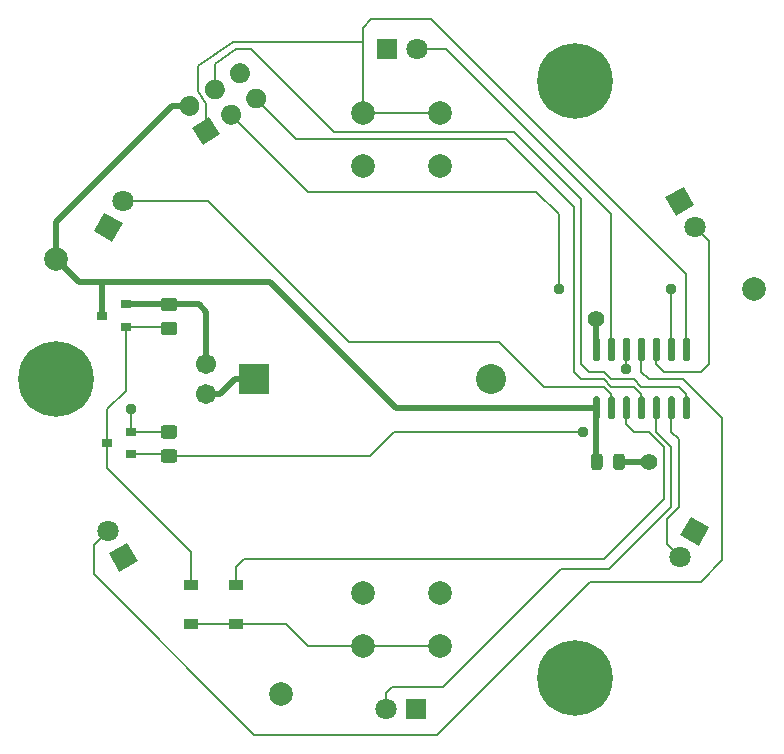
<source format=gbr>
G04 #@! TF.GenerationSoftware,KiCad,Pcbnew,(5.1.10)-1*
G04 #@! TF.CreationDate,2021-07-11T13:09:49-07:00*
G04 #@! TF.ProjectId,NightLight,4e696768-744c-4696-9768-742e6b696361,rev?*
G04 #@! TF.SameCoordinates,Original*
G04 #@! TF.FileFunction,Copper,L1,Top*
G04 #@! TF.FilePolarity,Positive*
%FSLAX46Y46*%
G04 Gerber Fmt 4.6, Leading zero omitted, Abs format (unit mm)*
G04 Created by KiCad (PCBNEW (5.1.10)-1) date 2021-07-11 13:09:49*
%MOMM*%
%LPD*%
G01*
G04 APERTURE LIST*
G04 #@! TA.AperFunction,ComponentPad*
%ADD10C,0.100000*%
G04 #@! TD*
G04 #@! TA.AperFunction,ComponentPad*
%ADD11C,6.400000*%
G04 #@! TD*
G04 #@! TA.AperFunction,SMDPad,CuDef*
%ADD12R,0.900000X0.800000*%
G04 #@! TD*
G04 #@! TA.AperFunction,SMDPad,CuDef*
%ADD13R,1.200000X0.900000*%
G04 #@! TD*
G04 #@! TA.AperFunction,ComponentPad*
%ADD14C,2.540000*%
G04 #@! TD*
G04 #@! TA.AperFunction,ComponentPad*
%ADD15R,2.540000X2.540000*%
G04 #@! TD*
G04 #@! TA.AperFunction,ComponentPad*
%ADD16C,1.701800*%
G04 #@! TD*
G04 #@! TA.AperFunction,ComponentPad*
%ADD17C,1.800000*%
G04 #@! TD*
G04 #@! TA.AperFunction,ComponentPad*
%ADD18R,1.800000X1.800000*%
G04 #@! TD*
G04 #@! TA.AperFunction,ComponentPad*
%ADD19C,2.000000*%
G04 #@! TD*
G04 #@! TA.AperFunction,ViaPad*
%ADD20C,1.422400*%
G04 #@! TD*
G04 #@! TA.AperFunction,ViaPad*
%ADD21C,0.939800*%
G04 #@! TD*
G04 #@! TA.AperFunction,Conductor*
%ADD22C,0.508000*%
G04 #@! TD*
G04 #@! TA.AperFunction,Conductor*
%ADD23C,0.203200*%
G04 #@! TD*
G04 APERTURE END LIST*
G04 #@! TA.AperFunction,ComponentPad*
G36*
G01*
X-13217417Y25203537D02*
X-13217417Y25203537D01*
G75*
G02*
X-14393230Y25453464I-462943J712870D01*
G01*
X-14393230Y25453464D01*
G75*
G02*
X-14143303Y26629277I712870J462943D01*
G01*
X-14143303Y26629277D01*
G75*
G02*
X-12967490Y26379350I462943J-712870D01*
G01*
X-12967490Y26379350D01*
G75*
G02*
X-13217417Y25203537I-712870J-462943D01*
G01*
G37*
G04 #@! TD.AperFunction*
G04 #@! TA.AperFunction,ComponentPad*
G36*
G01*
X-11834034Y23073313D02*
X-11834034Y23073313D01*
G75*
G02*
X-13009847Y23323240I-462943J712870D01*
G01*
X-13009847Y23323240D01*
G75*
G02*
X-12759920Y24499053I712870J462943D01*
G01*
X-12759920Y24499053D01*
G75*
G02*
X-11584107Y24249126I462943J-712870D01*
G01*
X-11584107Y24249126D01*
G75*
G02*
X-11834034Y23073313I-712870J-462943D01*
G01*
G37*
G04 #@! TD.AperFunction*
G04 #@! TA.AperFunction,ComponentPad*
G36*
G01*
X-15347640Y23820153D02*
X-15347640Y23820153D01*
G75*
G02*
X-16523453Y24070080I-462943J712870D01*
G01*
X-16523453Y24070080D01*
G75*
G02*
X-16273526Y25245893I712870J462943D01*
G01*
X-16273526Y25245893D01*
G75*
G02*
X-15097713Y24995966I462943J-712870D01*
G01*
X-15097713Y24995966D01*
G75*
G02*
X-15347640Y23820153I-712870J-462943D01*
G01*
G37*
G04 #@! TD.AperFunction*
G04 #@! TA.AperFunction,ComponentPad*
G36*
G01*
X-13964257Y21689930D02*
X-13964257Y21689930D01*
G75*
G02*
X-15140070Y21939857I-462943J712870D01*
G01*
X-15140070Y21939857D01*
G75*
G02*
X-14890143Y23115670I712870J462943D01*
G01*
X-14890143Y23115670D01*
G75*
G02*
X-13714330Y22865743I462943J-712870D01*
G01*
X-13714330Y22865743D01*
G75*
G02*
X-13964257Y21689930I-712870J-462943D01*
G01*
G37*
G04 #@! TD.AperFunction*
G04 #@! TA.AperFunction,ComponentPad*
G36*
G01*
X-17477863Y22436770D02*
X-17477863Y22436770D01*
G75*
G02*
X-18653676Y22686697I-462943J712870D01*
G01*
X-18653676Y22686697D01*
G75*
G02*
X-18403749Y23862510I712870J462943D01*
G01*
X-18403749Y23862510D01*
G75*
G02*
X-17227936Y23612583I462943J-712870D01*
G01*
X-17227936Y23612583D01*
G75*
G02*
X-17477863Y22436770I-712870J-462943D01*
G01*
G37*
G04 #@! TD.AperFunction*
G04 #@! TA.AperFunction,ComponentPad*
D10*
G36*
X-15381610Y20769490D02*
G01*
X-16807350Y19843604D01*
X-17733236Y21269344D01*
X-16307496Y22195230D01*
X-15381610Y20769490D01*
G37*
G04 #@! TD.AperFunction*
D11*
X14655800Y-25298400D03*
X-29210000Y0D03*
X14655800Y25298400D03*
G04 #@! TA.AperFunction,SMDPad,CuDef*
G36*
G01*
X16660000Y1565000D02*
X16360000Y1565000D01*
G75*
G02*
X16210000Y1715000I0J150000D01*
G01*
X16210000Y3365000D01*
G75*
G02*
X16360000Y3515000I150000J0D01*
G01*
X16660000Y3515000D01*
G75*
G02*
X16810000Y3365000I0J-150000D01*
G01*
X16810000Y1715000D01*
G75*
G02*
X16660000Y1565000I-150000J0D01*
G01*
G37*
G04 #@! TD.AperFunction*
G04 #@! TA.AperFunction,SMDPad,CuDef*
G36*
G01*
X17930000Y1565000D02*
X17630000Y1565000D01*
G75*
G02*
X17480000Y1715000I0J150000D01*
G01*
X17480000Y3365000D01*
G75*
G02*
X17630000Y3515000I150000J0D01*
G01*
X17930000Y3515000D01*
G75*
G02*
X18080000Y3365000I0J-150000D01*
G01*
X18080000Y1715000D01*
G75*
G02*
X17930000Y1565000I-150000J0D01*
G01*
G37*
G04 #@! TD.AperFunction*
G04 #@! TA.AperFunction,SMDPad,CuDef*
G36*
G01*
X19200000Y1565000D02*
X18900000Y1565000D01*
G75*
G02*
X18750000Y1715000I0J150000D01*
G01*
X18750000Y3365000D01*
G75*
G02*
X18900000Y3515000I150000J0D01*
G01*
X19200000Y3515000D01*
G75*
G02*
X19350000Y3365000I0J-150000D01*
G01*
X19350000Y1715000D01*
G75*
G02*
X19200000Y1565000I-150000J0D01*
G01*
G37*
G04 #@! TD.AperFunction*
G04 #@! TA.AperFunction,SMDPad,CuDef*
G36*
G01*
X20470000Y1565000D02*
X20170000Y1565000D01*
G75*
G02*
X20020000Y1715000I0J150000D01*
G01*
X20020000Y3365000D01*
G75*
G02*
X20170000Y3515000I150000J0D01*
G01*
X20470000Y3515000D01*
G75*
G02*
X20620000Y3365000I0J-150000D01*
G01*
X20620000Y1715000D01*
G75*
G02*
X20470000Y1565000I-150000J0D01*
G01*
G37*
G04 #@! TD.AperFunction*
G04 #@! TA.AperFunction,SMDPad,CuDef*
G36*
G01*
X21740000Y1565000D02*
X21440000Y1565000D01*
G75*
G02*
X21290000Y1715000I0J150000D01*
G01*
X21290000Y3365000D01*
G75*
G02*
X21440000Y3515000I150000J0D01*
G01*
X21740000Y3515000D01*
G75*
G02*
X21890000Y3365000I0J-150000D01*
G01*
X21890000Y1715000D01*
G75*
G02*
X21740000Y1565000I-150000J0D01*
G01*
G37*
G04 #@! TD.AperFunction*
G04 #@! TA.AperFunction,SMDPad,CuDef*
G36*
G01*
X23010000Y1565000D02*
X22710000Y1565000D01*
G75*
G02*
X22560000Y1715000I0J150000D01*
G01*
X22560000Y3365000D01*
G75*
G02*
X22710000Y3515000I150000J0D01*
G01*
X23010000Y3515000D01*
G75*
G02*
X23160000Y3365000I0J-150000D01*
G01*
X23160000Y1715000D01*
G75*
G02*
X23010000Y1565000I-150000J0D01*
G01*
G37*
G04 #@! TD.AperFunction*
G04 #@! TA.AperFunction,SMDPad,CuDef*
G36*
G01*
X24280000Y1565000D02*
X23980000Y1565000D01*
G75*
G02*
X23830000Y1715000I0J150000D01*
G01*
X23830000Y3365000D01*
G75*
G02*
X23980000Y3515000I150000J0D01*
G01*
X24280000Y3515000D01*
G75*
G02*
X24430000Y3365000I0J-150000D01*
G01*
X24430000Y1715000D01*
G75*
G02*
X24280000Y1565000I-150000J0D01*
G01*
G37*
G04 #@! TD.AperFunction*
G04 #@! TA.AperFunction,SMDPad,CuDef*
G36*
G01*
X24280000Y-3385000D02*
X23980000Y-3385000D01*
G75*
G02*
X23830000Y-3235000I0J150000D01*
G01*
X23830000Y-1585000D01*
G75*
G02*
X23980000Y-1435000I150000J0D01*
G01*
X24280000Y-1435000D01*
G75*
G02*
X24430000Y-1585000I0J-150000D01*
G01*
X24430000Y-3235000D01*
G75*
G02*
X24280000Y-3385000I-150000J0D01*
G01*
G37*
G04 #@! TD.AperFunction*
G04 #@! TA.AperFunction,SMDPad,CuDef*
G36*
G01*
X23010000Y-3385000D02*
X22710000Y-3385000D01*
G75*
G02*
X22560000Y-3235000I0J150000D01*
G01*
X22560000Y-1585000D01*
G75*
G02*
X22710000Y-1435000I150000J0D01*
G01*
X23010000Y-1435000D01*
G75*
G02*
X23160000Y-1585000I0J-150000D01*
G01*
X23160000Y-3235000D01*
G75*
G02*
X23010000Y-3385000I-150000J0D01*
G01*
G37*
G04 #@! TD.AperFunction*
G04 #@! TA.AperFunction,SMDPad,CuDef*
G36*
G01*
X21740000Y-3385000D02*
X21440000Y-3385000D01*
G75*
G02*
X21290000Y-3235000I0J150000D01*
G01*
X21290000Y-1585000D01*
G75*
G02*
X21440000Y-1435000I150000J0D01*
G01*
X21740000Y-1435000D01*
G75*
G02*
X21890000Y-1585000I0J-150000D01*
G01*
X21890000Y-3235000D01*
G75*
G02*
X21740000Y-3385000I-150000J0D01*
G01*
G37*
G04 #@! TD.AperFunction*
G04 #@! TA.AperFunction,SMDPad,CuDef*
G36*
G01*
X20470000Y-3385000D02*
X20170000Y-3385000D01*
G75*
G02*
X20020000Y-3235000I0J150000D01*
G01*
X20020000Y-1585000D01*
G75*
G02*
X20170000Y-1435000I150000J0D01*
G01*
X20470000Y-1435000D01*
G75*
G02*
X20620000Y-1585000I0J-150000D01*
G01*
X20620000Y-3235000D01*
G75*
G02*
X20470000Y-3385000I-150000J0D01*
G01*
G37*
G04 #@! TD.AperFunction*
G04 #@! TA.AperFunction,SMDPad,CuDef*
G36*
G01*
X19200000Y-3385000D02*
X18900000Y-3385000D01*
G75*
G02*
X18750000Y-3235000I0J150000D01*
G01*
X18750000Y-1585000D01*
G75*
G02*
X18900000Y-1435000I150000J0D01*
G01*
X19200000Y-1435000D01*
G75*
G02*
X19350000Y-1585000I0J-150000D01*
G01*
X19350000Y-3235000D01*
G75*
G02*
X19200000Y-3385000I-150000J0D01*
G01*
G37*
G04 #@! TD.AperFunction*
G04 #@! TA.AperFunction,SMDPad,CuDef*
G36*
G01*
X17930000Y-3385000D02*
X17630000Y-3385000D01*
G75*
G02*
X17480000Y-3235000I0J150000D01*
G01*
X17480000Y-1585000D01*
G75*
G02*
X17630000Y-1435000I150000J0D01*
G01*
X17930000Y-1435000D01*
G75*
G02*
X18080000Y-1585000I0J-150000D01*
G01*
X18080000Y-3235000D01*
G75*
G02*
X17930000Y-3385000I-150000J0D01*
G01*
G37*
G04 #@! TD.AperFunction*
G04 #@! TA.AperFunction,SMDPad,CuDef*
G36*
G01*
X16660000Y-3385000D02*
X16360000Y-3385000D01*
G75*
G02*
X16210000Y-3235000I0J150000D01*
G01*
X16210000Y-1585000D01*
G75*
G02*
X16360000Y-1435000I150000J0D01*
G01*
X16660000Y-1435000D01*
G75*
G02*
X16810000Y-1585000I0J-150000D01*
G01*
X16810000Y-3235000D01*
G75*
G02*
X16660000Y-3385000I-150000J0D01*
G01*
G37*
G04 #@! TD.AperFunction*
G04 #@! TA.AperFunction,SMDPad,CuDef*
G36*
G01*
X-19234999Y-5020000D02*
X-20135001Y-5020000D01*
G75*
G02*
X-20385000Y-4770001I0J249999D01*
G01*
X-20385000Y-4119999D01*
G75*
G02*
X-20135001Y-3870000I249999J0D01*
G01*
X-19234999Y-3870000D01*
G75*
G02*
X-18985000Y-4119999I0J-249999D01*
G01*
X-18985000Y-4770001D01*
G75*
G02*
X-19234999Y-5020000I-249999J0D01*
G01*
G37*
G04 #@! TD.AperFunction*
G04 #@! TA.AperFunction,SMDPad,CuDef*
G36*
G01*
X-19234999Y-7070000D02*
X-20135001Y-7070000D01*
G75*
G02*
X-20385000Y-6820001I0J249999D01*
G01*
X-20385000Y-6169999D01*
G75*
G02*
X-20135001Y-5920000I249999J0D01*
G01*
X-19234999Y-5920000D01*
G75*
G02*
X-18985000Y-6169999I0J-249999D01*
G01*
X-18985000Y-6820001D01*
G75*
G02*
X-19234999Y-7070000I-249999J0D01*
G01*
G37*
G04 #@! TD.AperFunction*
G04 #@! TA.AperFunction,SMDPad,CuDef*
G36*
G01*
X-19234999Y5775000D02*
X-20135001Y5775000D01*
G75*
G02*
X-20385000Y6024999I0J249999D01*
G01*
X-20385000Y6675001D01*
G75*
G02*
X-20135001Y6925000I249999J0D01*
G01*
X-19234999Y6925000D01*
G75*
G02*
X-18985000Y6675001I0J-249999D01*
G01*
X-18985000Y6024999D01*
G75*
G02*
X-19234999Y5775000I-249999J0D01*
G01*
G37*
G04 #@! TD.AperFunction*
G04 #@! TA.AperFunction,SMDPad,CuDef*
G36*
G01*
X-19234999Y3725000D02*
X-20135001Y3725000D01*
G75*
G02*
X-20385000Y3974999I0J249999D01*
G01*
X-20385000Y4625001D01*
G75*
G02*
X-20135001Y4875000I249999J0D01*
G01*
X-19234999Y4875000D01*
G75*
G02*
X-18985000Y4625001I0J-249999D01*
G01*
X-18985000Y3974999D01*
G75*
G02*
X-19234999Y3725000I-249999J0D01*
G01*
G37*
G04 #@! TD.AperFunction*
D12*
X-24900000Y-5395000D03*
X-22900000Y-4445000D03*
X-22900000Y-6345000D03*
X-25360000Y5400000D03*
X-23360000Y6350000D03*
X-23360000Y4450000D03*
D13*
X-13970000Y-17400000D03*
X-13970000Y-20700000D03*
X-17780000Y-17400000D03*
X-17780000Y-20700000D03*
G04 #@! TA.AperFunction,SMDPad,CuDef*
G36*
G01*
X17927500Y-7441250D02*
X17927500Y-6528750D01*
G75*
G02*
X18171250Y-6285000I243750J0D01*
G01*
X18658750Y-6285000D01*
G75*
G02*
X18902500Y-6528750I0J-243750D01*
G01*
X18902500Y-7441250D01*
G75*
G02*
X18658750Y-7685000I-243750J0D01*
G01*
X18171250Y-7685000D01*
G75*
G02*
X17927500Y-7441250I0J243750D01*
G01*
G37*
G04 #@! TD.AperFunction*
G04 #@! TA.AperFunction,SMDPad,CuDef*
G36*
G01*
X16052500Y-7441250D02*
X16052500Y-6528750D01*
G75*
G02*
X16296250Y-6285000I243750J0D01*
G01*
X16783750Y-6285000D01*
G75*
G02*
X17027500Y-6528750I0J-243750D01*
G01*
X17027500Y-7441250D01*
G75*
G02*
X16783750Y-7685000I-243750J0D01*
G01*
X16296250Y-7685000D01*
G75*
G02*
X16052500Y-7441250I0J243750D01*
G01*
G37*
G04 #@! TD.AperFunction*
D14*
X7554000Y0D03*
D15*
X-12446000Y0D03*
D16*
X-16510000Y1270000D03*
X-16510000Y-1270000D03*
D17*
X-23571200Y15069852D03*
G04 #@! TA.AperFunction,ComponentPad*
D10*
G36*
X-24511777Y11640725D02*
G01*
X-26070623Y12540725D01*
X-25170623Y14099571D01*
X-23611777Y13199571D01*
X-24511777Y11640725D01*
G37*
G04 #@! TD.AperFunction*
D17*
X-24841200Y-12870148D03*
G04 #@! TA.AperFunction,ComponentPad*
D10*
G36*
X-22341777Y-15399275D02*
G01*
X-23900623Y-16299275D01*
X-24800623Y-14740429D01*
X-23241777Y-13840429D01*
X-22341777Y-15399275D01*
G37*
G04 #@! TD.AperFunction*
D17*
X-1270000Y-27940000D03*
D18*
X1270000Y-27940000D03*
D17*
X23571200Y-15069852D03*
G04 #@! TA.AperFunction,ComponentPad*
D10*
G36*
X24511777Y-11640725D02*
G01*
X26070623Y-12540725D01*
X25170623Y-14099571D01*
X23611777Y-13199571D01*
X24511777Y-11640725D01*
G37*
G04 #@! TD.AperFunction*
D17*
X24841200Y12870148D03*
G04 #@! TA.AperFunction,ComponentPad*
D10*
G36*
X22341777Y15399275D02*
G01*
X23900623Y16299275D01*
X24800623Y14740429D01*
X23241777Y13840429D01*
X22341777Y15399275D01*
G37*
G04 #@! TD.AperFunction*
D17*
X1279000Y27940000D03*
D18*
X-1261000Y27940000D03*
D19*
X29845000Y7620000D03*
X-10160000Y-26670000D03*
X-29210000Y10160000D03*
X3248800Y18084800D03*
X3248800Y22584800D03*
X-3251200Y18084800D03*
X-3251200Y22584800D03*
X3248800Y-22580600D03*
X3248800Y-18080600D03*
X-3251200Y-22580600D03*
X-3251200Y-18080600D03*
D20*
X20955000Y-6985000D03*
D21*
X-22860000Y-2540000D03*
D20*
X16510000Y5080000D03*
D21*
X19050000Y889000D03*
X15367000Y-4445000D03*
X22860000Y7620000D03*
X13335000Y7620000D03*
D22*
X18415000Y-6985000D02*
X20955000Y-6985000D01*
D23*
X-22900000Y-4445000D02*
X-19685000Y-4445000D01*
X-22900000Y-4445000D02*
X-22900000Y-2580000D01*
X-22900000Y-2580000D02*
X-22860000Y-2540000D01*
D22*
X16510000Y2540000D02*
X16510000Y5080000D01*
D23*
X-19835000Y4450000D02*
X-19685000Y4300000D01*
X-23360000Y4450000D02*
X-19835000Y4450000D01*
X-24900000Y-5395000D02*
X-24900000Y-7485000D01*
X-17780000Y-14605000D02*
X-17780000Y-17400000D01*
X-24900000Y-7485000D02*
X-17780000Y-14605000D01*
X-24900000Y-2548000D02*
X-24900000Y-5395000D01*
X-23360000Y4450000D02*
X-23360000Y-1008000D01*
X-23360000Y-1008000D02*
X-24900000Y-2548000D01*
D22*
X-15367000Y-1270000D02*
X-16510000Y-1270000D01*
X-12446000Y0D02*
X-14097000Y0D01*
X-14097000Y0D02*
X-15367000Y-1270000D01*
X16510000Y-6955000D02*
X16540000Y-6985000D01*
X16510000Y-2475000D02*
X16510000Y-6955000D01*
X16510000Y-2410000D02*
X12830000Y-2410000D01*
X-505000Y-2410000D02*
X12830000Y-2410000D01*
X-11170000Y8255000D02*
X-505000Y-2410000D01*
X-25360000Y5400000D02*
X-25360000Y8215000D01*
X-25360000Y8215000D02*
X-25400000Y8255000D01*
X-25400000Y8255000D02*
X-11170000Y8255000D01*
X-27305000Y8255000D02*
X-25400000Y8255000D01*
X-29210000Y10160000D02*
X-27305000Y8255000D01*
X-19395360Y23149640D02*
X-17940806Y23149640D01*
X-29210000Y13335000D02*
X-19395360Y23149640D01*
X-29210000Y10160000D02*
X-29210000Y13335000D01*
D23*
X-3251200Y-22580600D02*
X3248800Y-22580600D01*
X-17780000Y-20700000D02*
X-13970000Y-20700000D01*
X-13970000Y-20700000D02*
X-9780000Y-20700000D01*
X-7899400Y-22580600D02*
X-3251200Y-22580600D01*
X-9780000Y-20700000D02*
X-7899400Y-22580600D01*
X-13335000Y-15240000D02*
X-13970000Y-15875000D01*
X-13970000Y-15875000D02*
X-13970000Y-17400000D01*
X22225000Y-5715000D02*
X22225000Y-10160000D01*
X20955000Y-4445000D02*
X22225000Y-5715000D01*
X22225000Y-10160000D02*
X17145000Y-15240000D01*
X19685000Y-4445000D02*
X20955000Y-4445000D01*
X19050000Y-3810000D02*
X19685000Y-4445000D01*
X17145000Y-15240000D02*
X-13335000Y-15240000D01*
X19050000Y-2410000D02*
X19050000Y-3810000D01*
D22*
X-23360000Y6350000D02*
X-19685000Y6350000D01*
X-19685000Y6350000D02*
X-17145000Y6350000D01*
X-16510000Y5715000D02*
X-16510000Y1270000D01*
X-17145000Y6350000D02*
X-16510000Y5715000D01*
D23*
X-19835000Y-6345000D02*
X-19685000Y-6495000D01*
X-22900000Y-6345000D02*
X-19835000Y-6345000D01*
X19050000Y2540000D02*
X19050000Y889000D01*
X-635000Y-4445000D02*
X15367000Y-4445000D01*
X-19685000Y-6495000D02*
X-2685000Y-6495000D01*
X-2685000Y-6495000D02*
X-635000Y-4445000D01*
X-8890000Y20320000D02*
X-12296977Y23726977D01*
X8890000Y20320000D02*
X-8890000Y20320000D01*
X-12296977Y23726977D02*
X-12296977Y23786183D01*
X14605000Y14605000D02*
X8890000Y20320000D01*
X14605000Y635000D02*
X14605000Y14605000D01*
X15240000Y0D02*
X14605000Y635000D01*
X17780000Y-635000D02*
X17145000Y0D01*
X19685000Y-635000D02*
X17780000Y-635000D01*
X20320000Y-1270000D02*
X19685000Y-635000D01*
X17145000Y0D02*
X15240000Y0D01*
X20320000Y-2410000D02*
X20320000Y-1270000D01*
X24130000Y-1270000D02*
X24130000Y-2410000D01*
X23495000Y-635000D02*
X24130000Y-1270000D01*
X-15810583Y24533023D02*
X-15810583Y26734417D01*
X-15810583Y26734417D02*
X-13970000Y27940000D01*
X9525000Y20955000D02*
X15240000Y15240000D01*
X15240000Y1270000D02*
X15875000Y635000D01*
X15875000Y635000D02*
X17145000Y635000D01*
X-13970000Y27940000D02*
X-12700000Y27940000D01*
X-12700000Y27940000D02*
X-5715000Y20955000D01*
X-5715000Y20955000D02*
X9525000Y20955000D01*
X15240000Y15240000D02*
X15240000Y1270000D01*
X19685000Y0D02*
X20320000Y-635000D01*
X17145000Y635000D02*
X17780000Y0D01*
X17780000Y0D02*
X19685000Y0D01*
X20320000Y-635000D02*
X23495000Y-635000D01*
X22860000Y7620000D02*
X22860000Y2540000D01*
X13335000Y7620000D02*
X13335000Y13970000D01*
X13335000Y13970000D02*
X11430000Y15875000D01*
X-7899400Y15875000D02*
X-14427200Y22402800D01*
X11430000Y15875000D02*
X-7899400Y15875000D01*
X-3251200Y22584800D02*
X3248800Y22584800D01*
X24130000Y2540000D02*
X24130000Y8890000D01*
X-3251200Y29768800D02*
X-3251200Y22584800D01*
X-2540000Y30480000D02*
X-3251200Y29768800D01*
X2540000Y30480000D02*
X-2540000Y30480000D01*
X24130000Y8890000D02*
X2540000Y30480000D01*
X-3327400Y28575000D02*
X-3251200Y28498800D01*
X-14224000Y28575000D02*
X-3327400Y28575000D01*
X-17248885Y26566115D02*
X-14224000Y28575000D01*
X-17248885Y24437085D02*
X-17248885Y26566115D01*
X-16557423Y23339223D02*
X-17248885Y24437085D01*
X-16557423Y21019417D02*
X-16557423Y23339223D01*
X17780000Y13970000D02*
X17780000Y2540000D01*
X3810000Y27940000D02*
X17780000Y13970000D01*
X1279000Y27940000D02*
X3810000Y27940000D01*
X26035000Y11676348D02*
X24841200Y12870148D01*
X21590000Y1270000D02*
X22225000Y635000D01*
X22225000Y635000D02*
X25400000Y635000D01*
X21590000Y2540000D02*
X21590000Y1270000D01*
X25400000Y635000D02*
X26035000Y1270000D01*
X26035000Y1270000D02*
X26035000Y11676348D01*
X22860000Y-4445000D02*
X22860000Y-2410000D01*
X22479000Y-13977652D02*
X22479000Y-11811000D01*
X23571200Y-15069852D02*
X22479000Y-13977652D01*
X22479000Y-11811000D02*
X23495000Y-10795000D01*
X23495000Y-10795000D02*
X23495000Y-5080000D01*
X23495000Y-5080000D02*
X22860000Y-4445000D01*
X21590000Y-4445000D02*
X21590000Y-2410000D01*
X22860000Y-5715000D02*
X21590000Y-4445000D01*
X22860000Y-10770957D02*
X22860000Y-5715000D01*
X17577478Y-16053478D02*
X22860000Y-10770957D01*
X-1270000Y-26543000D02*
X-762000Y-26035000D01*
X3556000Y-26035000D02*
X13537522Y-16053478D01*
X13537522Y-16053478D02*
X17577478Y-16053478D01*
X-1270000Y-27940000D02*
X-1270000Y-26543000D01*
X-762000Y-26035000D02*
X3556000Y-26035000D01*
X-25306052Y-13335000D02*
X-24841200Y-12870148D01*
X-26035000Y-16510000D02*
X-26035000Y-14063948D01*
X3048000Y-30099000D02*
X-12446000Y-30099000D01*
X16002000Y-17145000D02*
X3048000Y-30099000D01*
X25336500Y-17145000D02*
X16002000Y-17145000D01*
X27178000Y-15303500D02*
X25336500Y-17145000D01*
X-12446000Y-30099000D02*
X-26035000Y-16510000D01*
X27178000Y-3302000D02*
X27178000Y-15303500D01*
X20955000Y0D02*
X23876000Y0D01*
X23876000Y0D02*
X27178000Y-3302000D01*
X20320000Y635000D02*
X20955000Y0D01*
X-26035000Y-14063948D02*
X-24841200Y-12870148D01*
X20320000Y2540000D02*
X20320000Y635000D01*
X-16339852Y15069852D02*
X-23571200Y15069852D01*
X-4445000Y3175000D02*
X-16339852Y15069852D01*
X12065000Y-635000D02*
X8255000Y3175000D01*
X17145000Y-635000D02*
X12065000Y-635000D01*
X8255000Y3175000D02*
X-4445000Y3175000D01*
X17780000Y-1270000D02*
X17145000Y-635000D01*
X17780000Y-2410000D02*
X17780000Y-1270000D01*
M02*

</source>
